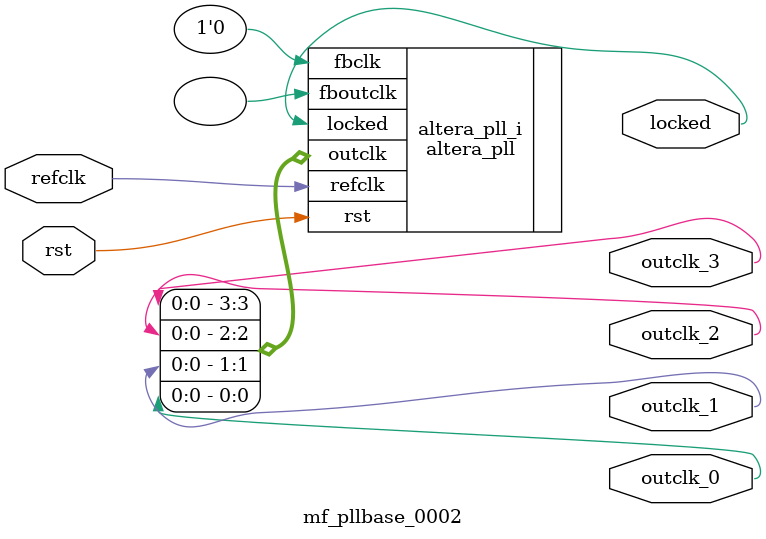
<source format=v>
`timescale 1ns/10ps
module  mf_pllbase_0002(

	// interface 'refclk'
	input wire refclk,

	// interface 'reset'
	input wire rst,

	// interface 'outclk0'
	output wire outclk_0,

	// interface 'outclk1'
	output wire outclk_1,

	// interface 'outclk2'
	output wire outclk_2,

	// interface 'outclk3'
	output wire outclk_3,

	// interface 'locked'
	output wire locked
);

	altera_pll #(
		.fractional_vco_multiplier("false"),
		.reference_clock_frequency("74.25 MHz"),
		.operation_mode("direct"),
		.number_of_clocks(4),
		.output_clock_frequency0("6.000000 MHz"),
		.phase_shift0("0 ps"),
		.duty_cycle0(50),
		.output_clock_frequency1("6.000000 MHz"),
		.phase_shift1("41667 ps"),
		.duty_cycle1(50),
		.output_clock_frequency2("12.000000 MHz"),
		.phase_shift2("0 ps"),
		.duty_cycle2(50),
		.output_clock_frequency3("1.000000 MHz"),
		.phase_shift3("0 ps"),
		.duty_cycle3(50),
		.output_clock_frequency4("0 MHz"),
		.phase_shift4("0 ps"),
		.duty_cycle4(50),
		.output_clock_frequency5("0 MHz"),
		.phase_shift5("0 ps"),
		.duty_cycle5(50),
		.output_clock_frequency6("0 MHz"),
		.phase_shift6("0 ps"),
		.duty_cycle6(50),
		.output_clock_frequency7("0 MHz"),
		.phase_shift7("0 ps"),
		.duty_cycle7(50),
		.output_clock_frequency8("0 MHz"),
		.phase_shift8("0 ps"),
		.duty_cycle8(50),
		.output_clock_frequency9("0 MHz"),
		.phase_shift9("0 ps"),
		.duty_cycle9(50),
		.output_clock_frequency10("0 MHz"),
		.phase_shift10("0 ps"),
		.duty_cycle10(50),
		.output_clock_frequency11("0 MHz"),
		.phase_shift11("0 ps"),
		.duty_cycle11(50),
		.output_clock_frequency12("0 MHz"),
		.phase_shift12("0 ps"),
		.duty_cycle12(50),
		.output_clock_frequency13("0 MHz"),
		.phase_shift13("0 ps"),
		.duty_cycle13(50),
		.output_clock_frequency14("0 MHz"),
		.phase_shift14("0 ps"),
		.duty_cycle14(50),
		.output_clock_frequency15("0 MHz"),
		.phase_shift15("0 ps"),
		.duty_cycle15(50),
		.output_clock_frequency16("0 MHz"),
		.phase_shift16("0 ps"),
		.duty_cycle16(50),
		.output_clock_frequency17("0 MHz"),
		.phase_shift17("0 ps"),
		.duty_cycle17(50),
		.pll_type("General"),
		.pll_subtype("General")
	) altera_pll_i (
		.rst	(rst),
		.outclk	({outclk_3, outclk_2, outclk_1, outclk_0}),
		.locked	(locked),
		.fboutclk	( ),
		.fbclk	(1'b0),
		.refclk	(refclk)
	);
endmodule


</source>
